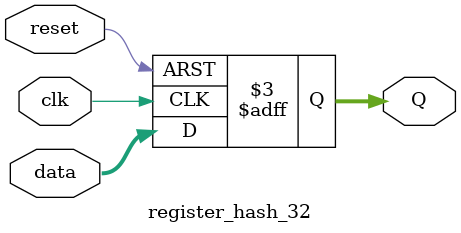
<source format=v>
`timescale 1ns / 1ps
module register_hash_32 
#(parameter DEFAULT_VALUE = 32'h6a09e667)
(clk, reset, data, Q);
	 
	input wire clk;
	input wire reset;
	input wire[31:0] data;
	output reg [31:0] Q;
	 
	always @(posedge reset or posedge clk) begin
		if(reset == 1) begin
			Q <= DEFAULT_VALUE;
		end else begin
			Q <= data;
		end
	end
  
endmodule

</source>
